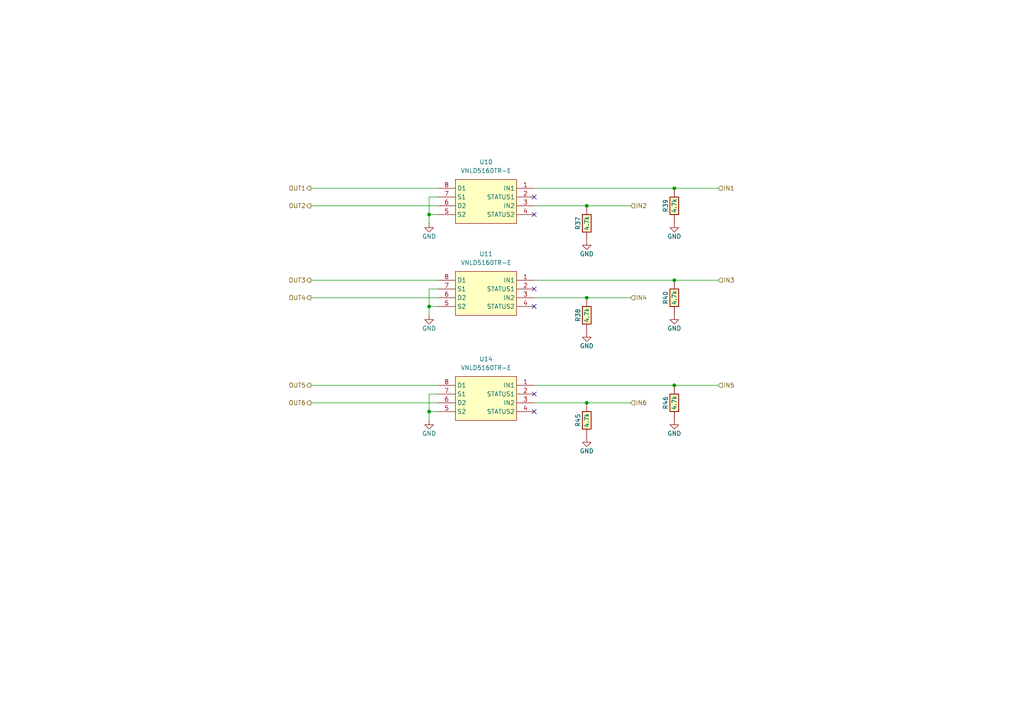
<source format=kicad_sch>
(kicad_sch (version 20250114) (generator "eeschema") (generator_version "9.0")
  (paper "A4")
  (title_block (title "UAEFI") (date "2025-04-30") (rev "E") (company "rusEFI.com"))
  (lib_symbols
    (symbol "chips:VNLD5160"
      (property "Reference" "U" (at 6.35 3.81 0))
      (property "Value" "VNLD5160TR-E" (at 12.7 -11.43 0))
      (symbol "VNLD5160_1_1"
        (rectangle (start 5.08 2.54) (end 22.86 -10.16) (fill (type background)))
        (pin input line (at 0 0 0) (length 5.08) (name "IN1") (number "1"))
        (pin open_collector line (at 0 -2.54 0) (length 5.08) (name "STATUS1") (number "2"))
        (pin input line (at 0 -5.08 0) (length 5.08) (name "IN2") (number "3"))
        (pin open_collector line (at 0 -7.62 0) (length 5.08) (name "STATUS2") (number "4"))
        (pin power_out line (at 27.94 0 180) (length 5.08) (name "D1") (number "8"))
        (pin power_in line (at 27.94 -2.54 180) (length 5.08) (name "S1") (number "7"))
        (pin power_out line (at 27.94 -5.08 180) (length 5.08) (name "D2") (number "6"))
        (pin power_in line (at 27.94 -7.62 180) (length 5.08) (name "S2") (number "5"))
      )
    )
    (symbol "hellen-one-common:Res" (pin_numbers (hide yes))
      (property "Reference" "R" (at 3.81 2.54 0))
      (property "Value" "Res" (at 5.08 -2.54 0))
      (symbol "Res_1_0"
        (rectangle (start 2.54 -1.27) (end 7.62 1.27) (stroke (width 0.254)) (fill (type background)))
        (pin passive line (at 0 0 0) (length 2.54) (name "") (number "1"))
        (pin passive line (at 10.16 0 180) (length 2.54) (name "") (number "2"))
      )
    )
    (symbol "power:GND" (power) (pin_numbers (hide yes)) (pin_names (offset 0) (hide yes))
      (property "Value" "GND" (at 0 -3.81 0))
      (symbol "GND_0_1"
        (polyline (pts (xy 0 0) (xy 0 -1.27) (xy 1.27 -1.27) (xy 0 -2.54) (xy -1.27 -1.27) (xy 0 -1.27)))
      )
      (symbol "GND_1_1"
        (pin power_in line (at 0 0 270) (length 0) (name "~") (number "1"))
      )
    )
  )
  (junction (at 170.18 116.84))
  (junction (at 195.58 111.76))
  (junction (at 170.18 59.69))
  (junction (at 170.18 86.36))
  (junction (at 124.46 88.9))
  (junction (at 124.46 62.23))
  (junction (at 195.58 54.61))
  (junction (at 195.58 81.28))
  (junction (at 124.46 119.38))
  (no_connect (at 154.94 119.38))
  (no_connect (at 154.94 62.23))
  (no_connect (at 154.94 88.9))
  (no_connect (at 154.94 83.82))
  (no_connect (at 154.94 114.3))
  (no_connect (at 154.94 57.15))
  (wire (pts (xy 124.46 119.38) (xy 127 119.38)))
  (wire (pts (xy 124.46 83.82) (xy 127 83.82)))
  (wire (pts (xy 154.94 54.61) (xy 195.58 54.61)))
  (wire (pts (xy 124.46 88.9) (xy 124.46 83.82)))
  (wire (pts (xy 195.58 54.61) (xy 208.28 54.61)))
  (wire (pts (xy 124.46 114.3) (xy 127 114.3)))
  (wire (pts (xy 154.94 116.84) (xy 170.18 116.84)))
  (wire (pts (xy 170.18 116.84) (xy 182.88 116.84)))
  (wire (pts (xy 195.58 81.28) (xy 208.28 81.28)))
  (wire (pts (xy 124.46 57.15) (xy 127 57.15)))
  (wire (pts (xy 154.94 86.36) (xy 170.18 86.36)))
  (wire (pts (xy 124.46 91.44) (xy 124.46 88.9)))
  (wire (pts (xy 90.17 116.84) (xy 127 116.84)))
  (wire (pts (xy 154.94 111.76) (xy 195.58 111.76)))
  (wire (pts (xy 90.17 54.61) (xy 127 54.61)))
  (wire (pts (xy 124.46 88.9) (xy 127 88.9)))
  (wire (pts (xy 124.46 62.23) (xy 124.46 57.15)))
  (wire (pts (xy 90.17 111.76) (xy 127 111.76)))
  (wire (pts (xy 154.94 81.28) (xy 195.58 81.28)))
  (wire (pts (xy 170.18 59.69) (xy 182.88 59.69)))
  (wire (pts (xy 195.58 111.76) (xy 208.28 111.76)))
  (wire (pts (xy 124.46 119.38) (xy 124.46 114.3)))
  (wire (pts (xy 170.18 86.36) (xy 182.88 86.36)))
  (wire (pts (xy 90.17 86.36) (xy 127 86.36)))
  (wire (pts (xy 90.17 59.69) (xy 127 59.69)))
  (wire (pts (xy 90.17 81.28) (xy 127 81.28)))
  (wire (pts (xy 124.46 62.23) (xy 127 62.23)))
  (wire (pts (xy 124.46 64.77) (xy 124.46 62.23)))
  (wire (pts (xy 154.94 59.69) (xy 170.18 59.69)))
  (wire (pts (xy 124.46 121.92) (xy 124.46 119.38)))
  (hierarchical_label "IN5" (shape input) (at 208.28 111.76 0))
  (hierarchical_label "IN1" (shape input) (at 208.28 54.61 0))
  (hierarchical_label "IN6" (shape input) (at 182.88 116.84 0))
  (hierarchical_label "OUT5" (shape output) (at 90.17 111.76 180))
  (hierarchical_label "OUT4" (shape output) (at 90.17 86.36 180))
  (hierarchical_label "OUT3" (shape output) (at 90.17 81.28 180))
  (hierarchical_label "OUT2" (shape output) (at 90.17 59.69 180))
  (hierarchical_label "OUT6" (shape output) (at 90.17 116.84 180))
  (hierarchical_label "IN2" (shape input) (at 182.88 59.69 0))
  (hierarchical_label "IN3" (shape input) (at 208.28 81.28 0))
  (hierarchical_label "OUT1" (shape output) (at 90.17 54.61 180))
  (hierarchical_label "IN4" (shape input) (at 182.88 86.36 0))
  (symbol (lib_id "power:GND") (at 124.46 121.92 0) (mirror y) (unit 1)
    (property "Reference" "#PWR089" (effects (hide yes)))
    (property "Value" "GND" (at 124.46 125.73 0))
    (property "Description" "Power symbol creates a global label with name \"GND\" , ground" (effects (hide yes)))
  )
  (symbol (lib_id "hellen-one-common:Res") (at 195.58 64.77 90) (unit 1)
    (property "Reference" "R39" (at 193.04 59.69 0))
    (property "Value" "4.7k" (at 195.58 59.69 0))
    (property "Footprint" "hellen-one-common:R0603" (effects (hide yes)))
    (property "LCSC" "C23162" (effects (hide yes)))
  )
  (symbol (lib_id "hellen-one-common:Res") (at 195.58 91.44 90) (unit 1)
    (property "Reference" "R40" (at 193.04 86.36 0))
    (property "Value" "4.7k" (at 195.58 86.36 0))
    (property "Footprint" "hellen-one-common:R0603" (effects (hide yes)))
    (property "LCSC" "C23162" (effects (hide yes)))
  )
  (symbol (lib_id "power:GND") (at 124.46 64.77 0) (mirror y) (unit 1)
    (property "Reference" "#PWR075" (effects (hide yes)))
    (property "Value" "GND" (at 124.46 68.58 0))
    (property "Description" "Power symbol creates a global label with name \"GND\" , ground" (effects (hide yes)))
  )
  (symbol (lib_id "power:GND") (at 195.58 91.44 0) (mirror y) (unit 1)
    (property "Reference" "#PWR080" (effects (hide yes)))
    (property "Value" "GND" (at 195.58 95.25 0))
    (property "Description" "Power symbol creates a global label with name \"GND\" , ground" (effects (hide yes)))
  )
  (symbol (lib_id "chips:VNLD5160") (at 154.94 81.28 0) (mirror y) (unit 1)
    (property "Reference" "U11" (at 140.97 73.66 0))
    (property "Value" "VNLD5160TR-E" (at 140.97 76.2 0))
    (property "Footprint" "Package_SO:SOIC-8_3.9x4.9mm_P1.27mm" (effects (hide yes)))
    (property "LCSC" "C377942" (effects (hide yes)))
  )
  (symbol (lib_id "power:GND") (at 124.46 91.44 0) (mirror y) (unit 1)
    (property "Reference" "#PWR076" (effects (hide yes)))
    (property "Value" "GND" (at 124.46 95.25 0))
    (property "Description" "Power symbol creates a global label with name \"GND\" , ground" (effects (hide yes)))
  )
  (symbol (lib_id "chips:VNLD5160") (at 154.94 111.76 0) (mirror y) (unit 1)
    (property "Reference" "U14" (at 140.97 104.14 0))
    (property "Value" "VNLD5160TR-E" (at 140.97 106.68 0))
    (property "Footprint" "Package_SO:SOIC-8_3.9x4.9mm_P1.27mm" (effects (hide yes)))
    (property "LCSC" "C377942" (effects (hide yes)))
  )
  (symbol (lib_id "power:GND") (at 195.58 121.92 0) (mirror y) (unit 1)
    (property "Reference" "#PWR091" (effects (hide yes)))
    (property "Value" "GND" (at 195.58 125.73 0))
    (property "Description" "Power symbol creates a global label with name \"GND\" , ground" (effects (hide yes)))
  )
  (symbol (lib_id "power:GND") (at 170.18 69.85 0) (mirror y) (unit 1)
    (property "Reference" "#PWR077" (effects (hide yes)))
    (property "Value" "GND" (at 170.18 73.66 0))
    (property "Description" "Power symbol creates a global label with name \"GND\" , ground" (effects (hide yes)))
  )
  (symbol (lib_id "chips:VNLD5160") (at 154.94 54.61 0) (mirror y) (unit 1)
    (property "Reference" "U10" (at 140.97 46.99 0))
    (property "Value" "VNLD5160TR-E" (at 140.97 49.53 0))
    (property "Footprint" "Package_SO:SOIC-8_3.9x4.9mm_P1.27mm" (effects (hide yes)))
    (property "LCSC" "C377942" (effects (hide yes)))
  )
  (symbol (lib_id "power:GND") (at 170.18 127 0) (mirror y) (unit 1)
    (property "Reference" "#PWR090" (effects (hide yes)))
    (property "Value" "GND" (at 170.18 130.81 0))
    (property "Description" "Power symbol creates a global label with name \"GND\" , ground" (effects (hide yes)))
  )
  (symbol (lib_id "power:GND") (at 195.58 64.77 0) (mirror y) (unit 1)
    (property "Reference" "#PWR079" (effects (hide yes)))
    (property "Value" "GND" (at 195.58 68.58 0))
    (property "Description" "Power symbol creates a global label with name \"GND\" , ground" (effects (hide yes)))
  )
  (symbol (lib_id "hellen-one-common:Res") (at 195.58 121.92 90) (unit 1)
    (property "Reference" "R46" (at 193.04 116.84 0))
    (property "Value" "4.7k" (at 195.58 116.84 0))
    (property "Footprint" "hellen-one-common:R0603" (effects (hide yes)))
    (property "LCSC" "C23162" (effects (hide yes)))
  )
  (symbol (lib_id "power:GND") (at 170.18 96.52 0) (mirror y) (unit 1)
    (property "Reference" "#PWR078" (effects (hide yes)))
    (property "Value" "GND" (at 170.18 100.33 0))
    (property "Description" "Power symbol creates a global label with name \"GND\" , ground" (effects (hide yes)))
  )
  (symbol (lib_id "hellen-one-common:Res") (at 170.18 96.52 90) (unit 1)
    (property "Reference" "R38" (at 167.64 91.44 0))
    (property "Value" "4.7k" (at 170.18 91.44 0))
    (property "Footprint" "hellen-one-common:R0603" (effects (hide yes)))
    (property "LCSC" "C23162" (effects (hide yes)))
  )
  (symbol (lib_id "hellen-one-common:Res") (at 170.18 127 90) (unit 1)
    (property "Reference" "R45" (at 167.64 121.92 0))
    (property "Value" "4.7k" (at 170.18 121.92 0))
    (property "Footprint" "hellen-one-common:R0603" (effects (hide yes)))
    (property "LCSC" "C23162" (effects (hide yes)))
  )
  (symbol (lib_id "hellen-one-common:Res") (at 170.18 69.85 90) (unit 1)
    (property "Reference" "R37" (at 167.64 64.77 0))
    (property "Value" "4.7k" (at 170.18 64.77 0))
    (property "Footprint" "hellen-one-common:R0603" (effects (hide yes)))
    (property "LCSC" "C23162" (effects (hide yes)))
  )
)
</source>
